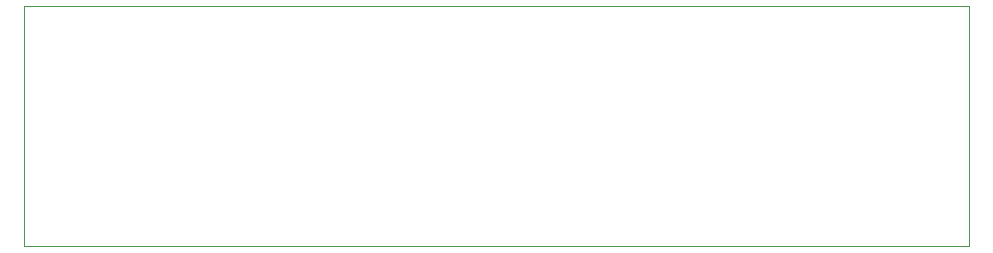
<source format=gm1>
G04 #@! TF.GenerationSoftware,KiCad,Pcbnew,5.1.10-88a1d61d58~88~ubuntu18.04.1*
G04 #@! TF.CreationDate,2021-09-30T10:17:39+02:00*
G04 #@! TF.ProjectId,pmod_microphone_array_2x1,706d6f64-5f6d-4696-9372-6f70686f6e65,1.0.0*
G04 #@! TF.SameCoordinates,Original*
G04 #@! TF.FileFunction,Profile,NP*
%FSLAX46Y46*%
G04 Gerber Fmt 4.6, Leading zero omitted, Abs format (unit mm)*
G04 Created by KiCad (PCBNEW 5.1.10-88a1d61d58~88~ubuntu18.04.1) date 2021-09-30 10:17:39*
%MOMM*%
%LPD*%
G01*
G04 APERTURE LIST*
G04 #@! TA.AperFunction,Profile*
%ADD10C,0.100000*%
G04 #@! TD*
G04 APERTURE END LIST*
D10*
X106162000Y-52578000D02*
X106162000Y-72898000D01*
X26162000Y-52578000D02*
X106162000Y-52578000D01*
X26162000Y-72898000D02*
X26162000Y-52578000D01*
X106162000Y-72898000D02*
X26162000Y-72898000D01*
M02*

</source>
